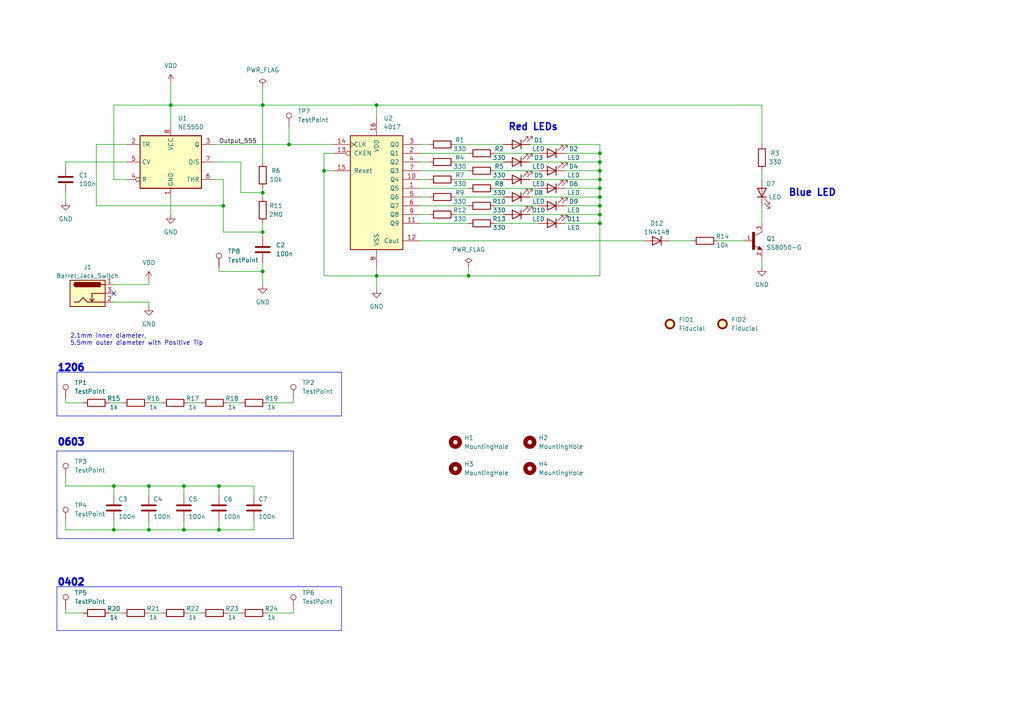
<source format=kicad_sch>
(kicad_sch (version 20230121) (generator eeschema)
  (paper "A4")
  (title_block (title "Makerspace SMT Practice Board") (date "2023-04-18") (rev "1.1"))
  (lib_symbols
    (symbol "1N4148_1" (pin_numbers hide) (pin_names hide)
      (property "Reference" "D" (at 0 2.54 0))
      (property "Value" "1N4148" (at 0 -2.54 0))
      (symbol "1N4148_1_0_1"
        (polyline (pts (xy -1.27 1.27) (xy -1.27 -1.27)) (stroke (width 0.254)))
        (polyline (pts (xy 1.27 0) (xy -1.27 0)))
        (polyline (pts (xy 1.27 1.27) (xy 1.27 -1.27) (xy -1.27 0) (xy 1.27 1.27)) (stroke (width 0.254)))
      )
      (symbol "1N4148_1_1_1"
        (pin passive line (at -3.81 0 0) (length 2.54) (name "K") (number "1"))
        (pin passive line (at 3.81 0 180) (length 2.54) (name "A") (number "2"))
      )
    )
    (symbol "4xxx:4017" (pin_names (offset 1.016))
      (property "Reference" "U" (at -7.62 16.51 0))
      (property "Value" "4017" (at -7.62 -19.05 0))
      (symbol "4017_1_0"
        (pin output line (at 12.7 0 180) (length 5.08) (name "Q5") (number "1"))
        (pin output line (at 12.7 2.54 180) (length 5.08) (name "Q4") (number "10"))
        (pin output line (at 12.7 -10.16 180) (length 5.08) (name "Q9") (number "11"))
        (pin output line (at 12.7 -15.24 180) (length 5.08) (name "Cout") (number "12"))
        (pin input inverted (at -12.7 10.16 0) (length 5.08) (name "CKEN") (number "13"))
        (pin input clock (at -12.7 12.7 0) (length 5.08) (name "CLK") (number "14"))
        (pin input line (at -12.7 5.08 0) (length 5.08) (name "Reset") (number "15"))
        (pin power_in line (at 0 20.32 270) (length 5.08) (name "VDD") (number "16"))
        (pin output line (at 12.7 10.16 180) (length 5.08) (name "Q1") (number "2"))
        (pin output line (at 12.7 12.7 180) (length 5.08) (name "Q0") (number "3"))
        (pin output line (at 12.7 7.62 180) (length 5.08) (name "Q2") (number "4"))
        (pin output line (at 12.7 -2.54 180) (length 5.08) (name "Q6") (number "5"))
        (pin output line (at 12.7 -5.08 180) (length 5.08) (name "Q7") (number "6"))
        (pin output line (at 12.7 5.08 180) (length 5.08) (name "Q3") (number "7"))
        (pin power_in line (at 0 -22.86 90) (length 5.08) (name "VSS") (number "8"))
        (pin output line (at 12.7 -7.62 180) (length 5.08) (name "Q8") (number "9"))
      )
      (symbol "4017_1_1"
        (rectangle (start -7.62 15.24) (end 7.62 -17.78) (stroke (width 0.254)) (fill (type background)))
      )
    )
    (symbol "Connector:Barrel_Jack_Switch" (pin_names hide)
      (property "Reference" "J" (at 0 5.334 0))
      (property "Value" "Barrel_Jack_Switch" (at 0 -5.08 0))
      (symbol "Barrel_Jack_Switch_0_1"
        (rectangle (start -5.08 3.81) (end 5.08 -3.81) (stroke (width 0.254)) (fill (type background)))
        (arc (start -3.302 3.175) (mid -3.9343 2.54) (end -3.302 1.905) (stroke (width 0.254)))
        (arc (start -3.302 3.175) (mid -3.9343 2.54) (end -3.302 1.905) (stroke (width 0.254)) (fill (type outline)))
        (polyline (pts (xy 1.27 -2.286) (xy 1.905 -1.651)) (stroke (width 0.254)))
        (polyline (pts (xy 5.08 2.54) (xy 3.81 2.54)) (stroke (width 0.254)))
        (polyline (pts (xy 5.08 0) (xy 1.27 0) (xy 1.27 -2.286) (xy 0.635 -1.651)) (stroke (width 0.254)))
        (polyline (pts (xy -3.81 -2.54) (xy -2.54 -2.54) (xy -1.27 -1.27) (xy 0 -2.54) (xy 2.54 -2.54) (xy 5.08 -2.54)) (stroke (width 0.254)))
        (rectangle (start 3.683 3.175) (end -3.302 1.905) (stroke (width 0.254)) (fill (type outline)))
      )
      (symbol "Barrel_Jack_Switch_1_1"
        (pin passive line (at 7.62 2.54 180) (length 2.54) (name "~") (number "1"))
        (pin passive line (at 7.62 -2.54 180) (length 2.54) (name "~") (number "2"))
        (pin passive line (at 7.62 0 180) (length 2.54) (name "~") (number "3"))
      )
    )
    (symbol "Connector:TestPoint" (pin_numbers hide) (pin_names (offset 0.762) hide)
      (property "Reference" "TP" (at 0 6.858 0))
      (property "Value" "TestPoint" (at 0 5.08 0))
      (symbol "TestPoint_0_1"
        (circle (center 0 3.302) (radius 0.762))
      )
      (symbol "TestPoint_1_1"
        (pin passive line (at 0 0 90) (length 2.54) (name "1") (number "1"))
      )
    )
    (symbol "Device:C" (pin_numbers hide) (pin_names (offset 0.254))
      (property "Reference" "C" (at 0.635 2.54 0))
      (property "Value" "C" (at 0.635 -2.54 0))
      (symbol "C_0_1"
        (polyline (pts (xy -2.032 -0.762) (xy 2.032 -0.762)) (stroke (width 0.508)))
        (polyline (pts (xy -2.032 0.762) (xy 2.032 0.762)) (stroke (width 0.508)))
      )
      (symbol "C_1_1"
        (pin passive line (at 0 3.81 270) (length 2.794) (name "~") (number "1"))
        (pin passive line (at 0 -3.81 90) (length 2.794) (name "~") (number "2"))
      )
    )
    (symbol "Device:LED" (pin_numbers hide) (pin_names (offset 1.016) hide)
      (property "Reference" "D" (at 0 2.54 0))
      (property "Value" "LED" (at 0 -2.54 0))
      (symbol "LED_0_1"
        (polyline (pts (xy -1.27 -1.27) (xy -1.27 1.27)) (stroke (width 0.254)))
        (polyline (pts (xy -1.27 0) (xy 1.27 0)))
        (polyline (pts (xy 1.27 -1.27) (xy 1.27 1.27) (xy -1.27 0) (xy 1.27 -1.27)) (stroke (width 0.254)))
        (polyline (pts (xy -3.048 -0.762) (xy -4.572 -2.286) (xy -3.81 -2.286) (xy -4.572 -2.286) (xy -4.572 -1.524)))
        (polyline (pts (xy -1.778 -0.762) (xy -3.302 -2.286) (xy -2.54 -2.286) (xy -3.302 -2.286) (xy -3.302 -1.524)))
      )
      (symbol "LED_1_1"
        (pin passive line (at -3.81 0 0) (length 2.54) (name "K") (number "1"))
        (pin passive line (at 3.81 0 180) (length 2.54) (name "A") (number "2"))
      )
    )
    (symbol "Device:R" (pin_numbers hide) (pin_names (offset 0))
      (property "Reference" "R" (at 2.032 0 90))
      (property "Value" "R" (at 0 0 90))
      (symbol "R_0_1"
        (rectangle (start -1.016 -2.54) (end 1.016 2.54) (stroke (width 0.254)))
      )
      (symbol "R_1_1"
        (pin passive line (at 0 3.81 270) (length 1.27) (name "~") (number "1"))
        (pin passive line (at 0 -3.81 90) (length 1.27) (name "~") (number "2"))
      )
    )
    (symbol "Mechanical:Fiducial"
      (property "Reference" "FID" (at 0 5.08 0))
      (property "Value" "Fiducial" (at 0 3.175 0))
      (symbol "Fiducial_0_1"
        (circle (center 0 0) (radius 1.27) (stroke (width 0.508)) (fill (type background)))
      )
    )
    (symbol "Mechanical:MountingHole" (pin_names (offset 1.016))
      (property "Reference" "H" (at 0 5.08 0))
      (property "Value" "MountingHole" (at 0 3.175 0))
      (symbol "MountingHole_0_1"
        (circle (center 0 0) (radius 1.27) (stroke (width 1.27)))
      )
    )
    (symbol "SS8050-G:SS8050-G" (pin_names (offset 1.016))
      (property "Reference" "Q" (at -10.16 7.62 0))
      (property "Value" "SS8050-G" (at -10.16 -7.62 0))
      (symbol "SS8050-G_0_0"
        (rectangle (start -0.254 -2.54) (end 0.508 2.54) (stroke (width 0.1)) (fill (type outline)))
        (polyline (pts (xy 1.27 -2.54) (xy 1.778 -1.524)) (stroke (width 0.1524)))
        (polyline (pts (xy 1.524 -2.413) (xy 2.286 -2.413)) (stroke (width 0.254)))
        (polyline (pts (xy 1.524 -2.286) (xy 1.905 -2.286)) (stroke (width 0.254)))
        (polyline (pts (xy 1.54 -2.04) (xy 0.308 -1.424)) (stroke (width 0.1524)))
        (polyline (pts (xy 1.778 -1.778) (xy 1.524 -2.286)) (stroke (width 0.254)))
        (polyline (pts (xy 1.778 -1.524) (xy 2.54 -2.54)) (stroke (width 0.1524)))
        (polyline (pts (xy 1.905 -2.286) (xy 1.778 -2.032)) (stroke (width 0.254)))
        (polyline (pts (xy 2.286 -2.413) (xy 1.778 -1.778)) (stroke (width 0.254)))
        (polyline (pts (xy 2.54 -2.54) (xy 1.27 -2.54)) (stroke (width 0.1524)))
        (polyline (pts (xy 2.54 2.54) (xy 0.508 1.524)) (stroke (width 0.1524)))
        (pin passive line (at -2.54 0 0) (length 2.54) (name "~") (number "1"))
        (pin passive line (at 2.54 -5.08 90) (length 2.54) (name "~") (number "2"))
        (pin passive line (at 2.54 5.08 270) (length 2.54) (name "~") (number "3"))
      )
    )
    (symbol "Timer:NE555D"
      (property "Reference" "U" (at -10.16 8.89 0))
      (property "Value" "NE555D" (at 2.54 8.89 0))
      (symbol "NE555D_0_0"
        (pin power_in line (at 0 -10.16 90) (length 2.54) (name "GND") (number "1"))
        (pin power_in line (at 0 10.16 270) (length 2.54) (name "VCC") (number "8"))
      )
      (symbol "NE555D_0_1"
        (rectangle (start -8.89 -7.62) (end 8.89 7.62) (stroke (width 0.254)) (fill (type background)))
        (rectangle (start -8.89 -7.62) (end 8.89 7.62) (stroke (width 0.254)) (fill (type background)))
      )
      (symbol "NE555D_1_1"
        (pin input line (at -12.7 5.08 0) (length 3.81) (name "TR") (number "2"))
        (pin output line (at 12.7 5.08 180) (length 3.81) (name "Q") (number "3"))
        (pin input inverted (at -12.7 -5.08 0) (length 3.81) (name "R") (number "4"))
        (pin input line (at -12.7 0 0) (length 3.81) (name "CV") (number "5"))
        (pin input line (at 12.7 -5.08 180) (length 3.81) (name "THR") (number "6"))
        (pin input line (at 12.7 0 180) (length 3.81) (name "DIS") (number "7"))
      )
    )
    (symbol "power:GND" (power) (pin_names (offset 0))
      (property "Value" "GND" (at 0 -3.81 0))
      (symbol "GND_0_1"
        (polyline (pts (xy 0 0) (xy 0 -1.27) (xy 1.27 -1.27) (xy 0 -2.54) (xy -1.27 -1.27) (xy 0 -1.27)))
      )
      (symbol "GND_1_1"
        (pin power_in line (at 0 0 270) (length 0) hide (name "GND") (number "1"))
      )
    )
    (symbol "power:PWR_FLAG" (power) (pin_numbers hide) (pin_names (offset 0) hide)
      (property "Value" "PWR_FLAG" (at 0 3.81 0))
      (symbol "PWR_FLAG_0_0"
        (pin power_out line (at 0 0 90) (length 0) (name "pwr") (number "1"))
      )
      (symbol "PWR_FLAG_0_1"
        (polyline (pts (xy 0 0) (xy 0 1.27) (xy -1.016 1.905) (xy 0 2.54) (xy 1.016 1.905) (xy 0 1.27)))
      )
    )
    (symbol "power:VDD" (power) (pin_names (offset 0))
      (property "Value" "VDD" (at 0 3.81 0))
      (symbol "VDD_0_1"
        (polyline (pts (xy -0.762 1.27) (xy 0 2.54)))
        (polyline (pts (xy 0 0) (xy 0 2.54)))
        (polyline (pts (xy 0 2.54) (xy 0.762 1.27)))
      )
      (symbol "VDD_1_1"
        (pin power_in line (at 0 0 90) (length 0) hide (name "VDD") (number "1"))
      )
    )
  )
  (junction (at 43.18 153.67))
  (junction (at 43.18 140.97))
  (junction (at 63.5 153.67))
  (junction (at 76.2 78.74))
  (junction (at 33.02 153.67))
  (junction (at 76.2 67.31))
  (junction (at 173.99 44.45))
  (junction (at 33.02 140.97))
  (junction (at 135.89 80.01))
  (junction (at 173.99 54.61))
  (junction (at 173.99 49.53))
  (junction (at 53.34 153.67))
  (junction (at 173.99 57.15))
  (junction (at 76.2 55.88))
  (junction (at 173.99 46.99))
  (junction (at 63.5 140.97))
  (junction (at 49.53 30.48))
  (junction (at 53.34 140.97))
  (junction (at 173.99 64.77))
  (junction (at 173.99 62.23))
  (junction (at 83.82 41.91))
  (junction (at 173.99 52.07))
  (junction (at 93.98 49.53))
  (junction (at 76.2 30.48))
  (junction (at 64.77 59.69))
  (junction (at 109.22 80.01))
  (junction (at 109.22 30.48))
  (junction (at 173.99 59.69))
  (no_connect (at 33.02 85.09))
  (wire (pts (xy 121.92 59.69) (xy 135.89 59.69)))
  (wire (pts (xy 143.51 59.69) (xy 156.21 59.69)))
  (wire (pts (xy 76.2 76.2) (xy 76.2 78.74)))
  (wire (pts (xy 163.83 54.61) (xy 173.99 54.61)))
  (polyline (pts (xy 16.51 120.65) (xy 99.06 120.65)))
  (wire (pts (xy 43.18 177.8) (xy 46.99 177.8)))
  (polyline (pts (xy 99.06 182.88) (xy 99.06 170.18)))
  (wire (pts (xy 173.99 52.07) (xy 173.99 54.61)))
  (wire (pts (xy 83.82 41.91) (xy 96.52 41.91)))
  (wire (pts (xy 121.92 46.99) (xy 124.46 46.99)))
  (wire (pts (xy 19.05 176.53) (xy 19.05 177.8)))
  (wire (pts (xy 163.83 49.53) (xy 173.99 49.53)))
  (wire (pts (xy 49.53 30.48) (xy 49.53 36.83)))
  (wire (pts (xy 33.02 30.48) (xy 49.53 30.48)))
  (wire (pts (xy 173.99 46.99) (xy 173.99 49.53)))
  (wire (pts (xy 163.83 64.77) (xy 173.99 64.77)))
  (wire (pts (xy 33.02 87.63) (xy 43.18 87.63)))
  (wire (pts (xy 27.94 41.91) (xy 27.94 59.69)))
  (wire (pts (xy 49.53 57.15) (xy 49.53 62.23)))
  (wire (pts (xy 153.67 62.23) (xy 173.99 62.23)))
  (wire (pts (xy 76.2 55.88) (xy 76.2 57.15)))
  (wire (pts (xy 173.99 64.77) (xy 173.99 80.01)))
  (wire (pts (xy 76.2 54.61) (xy 76.2 55.88)))
  (wire (pts (xy 153.67 46.99) (xy 173.99 46.99)))
  (wire (pts (xy 93.98 44.45) (xy 93.98 49.53)))
  (wire (pts (xy 173.99 62.23) (xy 173.99 64.77)))
  (wire (pts (xy 132.08 41.91) (xy 146.05 41.91)))
  (wire (pts (xy 19.05 140.97) (xy 33.02 140.97)))
  (wire (pts (xy 64.77 67.31) (xy 76.2 67.31)))
  (wire (pts (xy 19.05 116.84) (xy 24.13 116.84)))
  (wire (pts (xy 54.61 177.8) (xy 58.42 177.8)))
  (wire (pts (xy 153.67 57.15) (xy 173.99 57.15)))
  (wire (pts (xy 77.47 177.8) (xy 85.09 177.8)))
  (wire (pts (xy 19.05 55.88) (xy 19.05 58.42)))
  (wire (pts (xy 109.22 80.01) (xy 135.89 80.01)))
  (wire (pts (xy 121.92 44.45) (xy 135.89 44.45)))
  (wire (pts (xy 132.08 52.07) (xy 146.05 52.07)))
  (wire (pts (xy 43.18 140.97) (xy 53.34 140.97)))
  (polyline (pts (xy 16.51 107.95) (xy 16.51 120.65)))
  (wire (pts (xy 63.5 78.74) (xy 76.2 78.74)))
  (wire (pts (xy 19.05 138.43) (xy 19.05 140.97)))
  (wire (pts (xy 19.05 115.57) (xy 19.05 116.84)))
  (wire (pts (xy 49.53 24.13) (xy 49.53 30.48)))
  (wire (pts (xy 135.89 77.47) (xy 135.89 80.01)))
  (wire (pts (xy 83.82 36.83) (xy 83.82 41.91)))
  (wire (pts (xy 19.05 153.67) (xy 33.02 153.67)))
  (wire (pts (xy 121.92 49.53) (xy 135.89 49.53)))
  (wire (pts (xy 163.83 59.69) (xy 173.99 59.69)))
  (wire (pts (xy 109.22 80.01) (xy 109.22 83.82)))
  (wire (pts (xy 85.09 177.8) (xy 85.09 176.53)))
  (wire (pts (xy 173.99 41.91) (xy 173.99 44.45)))
  (polyline (pts (xy 16.51 170.18) (xy 16.51 182.88)))
  (wire (pts (xy 63.5 140.97) (xy 63.5 143.51)))
  (wire (pts (xy 143.51 49.53) (xy 156.21 49.53)))
  (wire (pts (xy 121.92 64.77) (xy 135.89 64.77)))
  (wire (pts (xy 132.08 46.99) (xy 146.05 46.99)))
  (wire (pts (xy 220.98 41.91) (xy 220.98 30.48)))
  (wire (pts (xy 53.34 140.97) (xy 53.34 143.51)))
  (wire (pts (xy 76.2 30.48) (xy 109.22 30.48)))
  (wire (pts (xy 33.02 52.07) (xy 33.02 30.48)))
  (polyline (pts (xy 16.51 130.81) (xy 16.51 156.21)))
  (wire (pts (xy 109.22 30.48) (xy 220.98 30.48)))
  (wire (pts (xy 76.2 46.99) (xy 76.2 30.48)))
  (wire (pts (xy 43.18 82.55) (xy 43.18 81.28)))
  (wire (pts (xy 62.23 52.07) (xy 64.77 52.07)))
  (wire (pts (xy 121.92 41.91) (xy 124.46 41.91)))
  (wire (pts (xy 220.98 49.53) (xy 220.98 52.07)))
  (wire (pts (xy 63.5 140.97) (xy 73.66 140.97)))
  (wire (pts (xy 194.31 69.85) (xy 200.66 69.85)))
  (wire (pts (xy 173.99 44.45) (xy 173.99 46.99)))
  (wire (pts (xy 143.51 54.61) (xy 156.21 54.61)))
  (wire (pts (xy 62.23 46.99) (xy 69.85 46.99)))
  (wire (pts (xy 33.02 143.51) (xy 33.02 140.97)))
  (wire (pts (xy 163.83 44.45) (xy 173.99 44.45)))
  (wire (pts (xy 93.98 49.53) (xy 96.52 49.53)))
  (polyline (pts (xy 16.51 107.95) (xy 99.06 107.95)))
  (wire (pts (xy 173.99 57.15) (xy 173.99 59.69)))
  (polyline (pts (xy 99.06 120.65) (xy 99.06 107.95)))
  (wire (pts (xy 143.51 64.77) (xy 156.21 64.77)))
  (wire (pts (xy 63.5 153.67) (xy 73.66 153.67)))
  (wire (pts (xy 121.92 54.61) (xy 135.89 54.61)))
  (wire (pts (xy 96.52 44.45) (xy 93.98 44.45)))
  (wire (pts (xy 33.02 153.67) (xy 43.18 153.67)))
  (polyline (pts (xy 16.51 156.21) (xy 85.09 156.21)))
  (wire (pts (xy 31.75 116.84) (xy 35.56 116.84)))
  (wire (pts (xy 135.89 80.01) (xy 173.99 80.01)))
  (wire (pts (xy 33.02 82.55) (xy 43.18 82.55)))
  (wire (pts (xy 36.83 41.91) (xy 27.94 41.91)))
  (wire (pts (xy 63.5 151.13) (xy 63.5 153.67)))
  (wire (pts (xy 73.66 151.13) (xy 73.66 153.67)))
  (wire (pts (xy 66.04 177.8) (xy 69.85 177.8)))
  (wire (pts (xy 43.18 153.67) (xy 53.34 153.67)))
  (wire (pts (xy 43.18 151.13) (xy 43.18 153.67)))
  (wire (pts (xy 121.92 62.23) (xy 124.46 62.23)))
  (wire (pts (xy 33.02 140.97) (xy 43.18 140.97)))
  (wire (pts (xy 49.53 30.48) (xy 76.2 30.48)))
  (wire (pts (xy 66.04 116.84) (xy 69.85 116.84)))
  (wire (pts (xy 33.02 151.13) (xy 33.02 153.67)))
  (wire (pts (xy 63.5 77.47) (xy 63.5 78.74)))
  (wire (pts (xy 19.05 177.8) (xy 24.13 177.8)))
  (wire (pts (xy 54.61 116.84) (xy 58.42 116.84)))
  (wire (pts (xy 73.66 140.97) (xy 73.66 143.51)))
  (wire (pts (xy 69.85 46.99) (xy 69.85 55.88)))
  (wire (pts (xy 36.83 52.07) (xy 33.02 52.07)))
  (wire (pts (xy 173.99 41.91) (xy 153.67 41.91)))
  (wire (pts (xy 69.85 55.88) (xy 76.2 55.88)))
  (wire (pts (xy 132.08 57.15) (xy 146.05 57.15)))
  (wire (pts (xy 220.98 74.93) (xy 220.98 77.47)))
  (wire (pts (xy 93.98 80.01) (xy 109.22 80.01)))
  (wire (pts (xy 109.22 34.29) (xy 109.22 30.48)))
  (wire (pts (xy 121.92 69.85) (xy 186.69 69.85)))
  (wire (pts (xy 53.34 151.13) (xy 53.34 153.67)))
  (wire (pts (xy 121.92 52.07) (xy 124.46 52.07)))
  (wire (pts (xy 43.18 140.97) (xy 43.18 143.51)))
  (wire (pts (xy 173.99 49.53) (xy 173.99 52.07)))
  (wire (pts (xy 43.18 87.63) (xy 43.18 88.9)))
  (wire (pts (xy 132.08 62.23) (xy 146.05 62.23)))
  (wire (pts (xy 43.18 116.84) (xy 46.99 116.84)))
  (wire (pts (xy 76.2 25.4) (xy 76.2 30.48)))
  (wire (pts (xy 53.34 153.67) (xy 63.5 153.67)))
  (wire (pts (xy 143.51 44.45) (xy 156.21 44.45)))
  (wire (pts (xy 173.99 59.69) (xy 173.99 62.23)))
  (wire (pts (xy 76.2 64.77) (xy 76.2 67.31)))
  (wire (pts (xy 64.77 59.69) (xy 64.77 67.31)))
  (wire (pts (xy 64.77 59.69) (xy 64.77 52.07)))
  (polyline (pts (xy 16.51 182.88) (xy 99.06 182.88)))
  (wire (pts (xy 31.75 177.8) (xy 35.56 177.8)))
  (polyline (pts (xy 16.51 130.81) (xy 85.09 130.81)))
  (wire (pts (xy 19.05 151.13) (xy 19.05 153.67)))
  (wire (pts (xy 153.67 52.07) (xy 173.99 52.07)))
  (wire (pts (xy 93.98 49.53) (xy 93.98 80.01)))
  (wire (pts (xy 36.83 46.99) (xy 19.05 46.99)))
  (wire (pts (xy 77.47 116.84) (xy 85.09 116.84)))
  (wire (pts (xy 85.09 116.84) (xy 85.09 115.57)))
  (wire (pts (xy 173.99 54.61) (xy 173.99 57.15)))
  (wire (pts (xy 27.94 59.69) (xy 64.77 59.69)))
  (wire (pts (xy 53.34 140.97) (xy 63.5 140.97)))
  (wire (pts (xy 62.23 41.91) (xy 83.82 41.91)))
  (wire (pts (xy 109.22 77.47) (xy 109.22 80.01)))
  (wire (pts (xy 76.2 78.74) (xy 76.2 82.55)))
  (polyline (pts (xy 85.09 156.21) (xy 85.09 130.81)))
  (wire (pts (xy 76.2 67.31) (xy 76.2 68.58)))
  (wire (pts (xy 121.92 57.15) (xy 124.46 57.15)))
  (wire (pts (xy 19.05 46.99) (xy 19.05 48.26)))
  (wire (pts (xy 208.28 69.85) (xy 215.9 69.85)))
  (wire (pts (xy 220.98 59.69) (xy 220.98 64.77)))
  (polyline (pts (xy 16.51 170.18) (xy 99.06 170.18)))
  (text "0603" (at 16.51 129.54 0) (effects (font (size 2 2) (thickness 0.6) bold) (justify left bottom)))
  (text "2.1mm inner diameter, \n5.5mm outer diameter with Positive Tip" (at 20.32 100.33 0) (effects (font (size 1.27 1.27)) (justify left bottom)))
  (text "1206" (at 16.51 107.95 0) (effects (font (size 2 2) (thickness 0.6) bold) (justify left bottom)))
  (text "Blue LED\n" (at 228.6 57.15 0) (effects (font (size 2 2) (thickness 0.4) bold) (justify left bottom)))
  (text "0402" (at 16.51 170.18 0) (effects (font (size 2 2) (thickness 0.6) bold) (justify left bottom)))
  (text "Red LEDs" (at 147.32 38.1 0) (effects (font (size 2 2) (thickness 0.4) bold) (justify left bottom)))
  (label "Output_555" (at 63.5 41.91 0))
  (symbol (lib_id "Connector:Barrel_Jack_Switch") (at 25.4 85.09 0) (unit 1)
    (property "Reference" "J1" (at 25.4 77.47 0))
    (property "Value" "Barrel_Jack_Switch" (at 25.4 80.01 0))
    (property "Footprint" "Connector_BarrelJack:BarrelJack_GCT_DCJ200-10-A_Horizontal" (effects hide))
  )
  (symbol (lib_id "Device:R") (at 50.8 116.84 90) (unit 1)
    (property "Reference" "R17" (at 55.88 115.57 90))
    (property "Value" "1k" (at 55.88 118.11 90))
    (property "Footprint" "Resistor_SMD:R_1206_3216Metric" (effects hide))
  )
  (symbol (lib_id "Device:R") (at 128.27 52.07 90) (unit 1)
    (property "Reference" "R7" (at 133.35 50.8 90))
    (property "Value" "330" (at 133.35 53.34 90))
    (property "Footprint" "Resistor_SMD:R_0805_2012Metric" (effects hide))
  )
  (symbol (lib_id "power:GND") (at 76.2 82.55 0) (unit 1)
    (property "Reference" "#PWR06" (effects hide))
    (property "Value" "GND" (at 76.2 87.63 0))
  )
  (symbol (lib_id "Device:R") (at 204.47 69.85 90) (unit 1)
    (property "Reference" "R14" (at 209.55 68.58 90))
    (property "Value" "10k" (at 209.55 71.12 90))
    (property "Footprint" "Resistor_SMD:R_0805_2012Metric" (effects hide))
  )
  (symbol (lib_id "Device:R") (at 76.2 50.8 180) (unit 1)
    (property "Reference" "R6" (at 80.01 49.53 0))
    (property "Value" "10k" (at 80.01 52.07 0))
    (property "Footprint" "Resistor_SMD:R_0805_2012Metric" (effects hide))
  )
  (symbol (lib_id "Device:LED") (at 149.86 57.15 180) (unit 1)
    (property "Reference" "D8" (at 156.21 55.88 0))
    (property "Value" "LED" (at 156.21 58.42 0))
    (property "Footprint" "LED_SMD:LED_0805_2012Metric" (effects hide))
  )
  (symbol (lib_id "power:GND") (at 43.18 88.9 0) (unit 1)
    (property "Reference" "#PWR08" (effects hide))
    (property "Value" "GND" (at 43.18 93.98 0))
  )
  (symbol (lib_id "Device:R") (at 128.27 41.91 90) (unit 1)
    (property "Reference" "R1" (at 133.35 40.64 90))
    (property "Value" "330" (at 133.35 43.18 90))
    (property "Footprint" "Resistor_SMD:R_0805_2012Metric" (effects hide))
  )
  (symbol (lib_id "Device:LED") (at 160.02 59.69 180) (unit 1)
    (property "Reference" "D9" (at 166.37 58.42 0))
    (property "Value" "LED" (at 166.37 60.96 0))
    (property "Footprint" "LED_SMD:LED_0805_2012Metric" (effects hide))
  )
  (symbol (lib_id "Connector:TestPoint") (at 19.05 115.57 0) (unit 1)
    (property "Reference" "TP1" (at 21.59 110.9979 0) (effects (justify left)))
    (property "Value" "TestPoint" (at 21.59 113.5379 0) (effects (justify left)))
    (property "Footprint" "TestPoint:TestPoint_Pad_D1.5mm" (effects hide))
  )
  (symbol (lib_id "Device:R") (at 139.7 59.69 90) (unit 1)
    (property "Reference" "R10" (at 144.78 58.42 90))
    (property "Value" "330" (at 144.78 60.96 90))
    (property "Footprint" "Resistor_SMD:R_0805_2012Metric" (effects hide))
  )
  (symbol (lib_id "Device:R") (at 73.66 177.8 90) (unit 1)
    (property "Reference" "R24" (at 78.74 176.53 90))
    (property "Value" "1k" (at 78.74 179.07 90))
    (property "Footprint" "Resistor_SMD:R_0402_1005Metric" (effects hide))
  )
  (symbol (lib_id "power:GND") (at 49.53 62.23 0) (unit 1)
    (property "Reference" "#PWR03" (effects hide))
    (property "Value" "GND" (at 49.53 67.31 0))
  )
  (symbol (lib_id "Mechanical:Fiducial") (at 209.55 93.98 0) (unit 1)
    (property "Reference" "FID2" (at 212.09 92.7099 0) (effects (justify left)))
    (property "Value" "Fiducial" (at 212.09 95.2499 0) (effects (justify left)))
    (property "Footprint" "Fiducial:Fiducial_1.5mm_Mask3mm" (effects hide))
  )
  (symbol (lib_id "Device:C") (at 19.05 52.07 0) (unit 1)
    (property "Reference" "C1" (at 22.86 50.7999 0) (effects (justify left)))
    (property "Value" "100n" (at 22.86 53.3399 0) (effects (justify left)))
  )
  (symbol (lib_name "1N4148_1") (lib_id "Diode:1N4148") (at 190.5 69.85 0) (mirror y) (unit 1)
    (property "Reference" "D12" (at 190.5 64.77 0))
    (property "Value" "1N4148" (at 190.5 67.31 0))
    (property "Footprint" "Diode_SMD:D_SOD-123" (effects hide))
    (property "Datasheet" "https://assets.nexperia.com/documents/data-sheet/1N4148_1N4448.pdf" (effects hide))
    (property "Sim.Device" "D" (effects hide))
    (property "Sim.Pins" "1=K 2=A" (effects hide))
  )
  (symbol (lib_id "Connector:TestPoint") (at 19.05 176.53 0) (unit 1)
    (property "Reference" "TP5" (at 21.59 171.9579 0) (effects (justify left)))
    (property "Value" "TestPoint" (at 21.59 174.4979 0) (effects (justify left)))
    (property "Footprint" "TestPoint:TestPoint_Pad_D1.5mm" (effects hide))
  )
  (symbol (lib_id "Device:C") (at 43.18 147.32 0) (unit 1)
    (property "Reference" "C4" (at 44.45 144.78 0) (effects (justify left)))
    (property "Value" "100n" (at 44.45 149.86 0) (effects (justify left)))
    (property "Footprint" "Capacitor_SMD:C_0603_1608Metric" (effects hide))
  )
  (symbol (lib_id "Device:LED") (at 160.02 44.45 180) (unit 1)
    (property "Reference" "D2" (at 166.37 43.18 0))
    (property "Value" "LED" (at 166.37 45.72 0))
    (property "Footprint" "LED_SMD:LED_0805_2012Metric" (effects hide))
  )
  (symbol (lib_id "power:GND") (at 109.22 83.82 0) (unit 1)
    (property "Reference" "#PWR07" (effects hide))
    (property "Value" "GND" (at 109.22 88.9 0))
  )
  (symbol (lib_id "Device:C") (at 63.5 147.32 0) (unit 1)
    (property "Reference" "C6" (at 64.77 144.78 0) (effects (justify left)))
    (property "Value" "100n" (at 64.77 149.86 0) (effects (justify left)))
    (property "Footprint" "Capacitor_SMD:C_0603_1608Metric" (effects hide))
  )
  (symbol (lib_id "4xxx:4017") (at 109.22 54.61 0) (unit 1)
    (property "Reference" "U2" (at 111.2394 34.29 0) (effects (justify left)))
    (property "Value" "4017" (at 111.2394 36.83 0) (effects (justify left)))
    (property "Footprint" "Package_SO:SOIC-16_3.9x9.9mm_P1.27mm" (effects hide))
    (property "Datasheet" "http://www.intersil.com/content/dam/Intersil/documents/cd40/cd4017bms-22bms.pdf" (effects hide))
  )
  (symbol (lib_id "Connector:TestPoint") (at 83.82 36.83 0) (unit 1)
    (property "Reference" "TP7" (at 86.36 32.2579 0) (effects (justify left)))
    (property "Value" "TestPoint" (at 86.36 34.7979 0) (effects (justify left)))
    (property "Footprint" "TestPoint:TestPoint_Loop_D1.80mm_Drill1.0mm_Beaded" (effects hide))
  )
  (symbol (lib_id "Device:LED") (at 220.98 55.88 90) (unit 1)
    (property "Reference" "D7" (at 223.52 53.34 90))
    (property "Value" "LED" (at 224.79 57.15 90))
    (property "Footprint" "LED_SMD:LED_0805_2012Metric" (effects hide))
  )
  (symbol (lib_id "power:PWR_FLAG") (at 135.89 77.47 0) (unit 1)
    (property "Reference" "#FLG02" (effects hide))
    (property "Value" "PWR_FLAG" (at 135.89 72.39 0))
  )
  (symbol (lib_id "Mechanical:Fiducial") (at 194.31 93.98 0) (unit 1)
    (property "Reference" "FID1" (at 196.85 92.7099 0) (effects (justify left)))
    (property "Value" "Fiducial" (at 196.85 95.2499 0) (effects (justify left)))
    (property "Footprint" "Fiducial:Fiducial_1.5mm_Mask3mm" (effects hide))
  )
  (symbol (lib_id "power:GND") (at 220.98 77.47 0) (unit 1)
    (property "Reference" "#PWR04" (effects hide))
    (property "Value" "GND" (at 220.98 82.55 0))
  )
  (symbol (lib_id "Device:C") (at 33.02 147.32 0) (unit 1)
    (property "Reference" "C3" (at 34.29 144.78 0) (effects (justify left)))
    (property "Value" "100n" (at 34.29 149.86 0) (effects (justify left)))
    (property "Footprint" "Capacitor_SMD:C_0603_1608Metric" (effects hide))
  )
  (symbol (lib_id "Device:C") (at 53.34 147.32 0) (unit 1)
    (property "Reference" "C5" (at 54.61 144.78 0) (effects (justify left)))
    (property "Value" "100n" (at 54.61 149.86 0) (effects (justify left)))
    (property "Footprint" "Capacitor_SMD:C_0603_1608Metric" (effects hide))
  )
  (symbol (lib_id "power:GND") (at 19.05 58.42 0) (unit 1)
    (property "Reference" "#PWR02" (effects hide))
    (property "Value" "GND" (at 19.05 63.5 0))
  )
  (symbol (lib_id "SS8050-G:SS8050-G") (at 218.44 69.85 0) (unit 1)
    (property "Reference" "Q1" (at 222.25 69.215 0) (effects (justify left)))
    (property "Value" "SS8050-G" (at 222.25 71.755 0) (effects (justify left)))
    (property "Footprint" "SS8050-G:TRANS_SS8050-G" (effects hide))
    (property "PARTREV" "A" (effects hide))
    (property "MAXIMUM_PACKAGE_HEIGHT" "1.05 mm" (effects hide))
    (property "MANUFACTURER" "Comchip" (effects hide))
    (property "STANDARD" "Manufacturer Recommendations" (effects hide))
  )
  (symbol (lib_id "power:PWR_FLAG") (at 76.2 25.4 0) (unit 1)
    (property "Reference" "#FLG01" (effects hide))
    (property "Value" "PWR_FLAG" (at 76.2 20.32 0))
  )
  (symbol (lib_id "Device:R") (at 128.27 57.15 90) (unit 1)
    (property "Reference" "R9" (at 133.35 55.88 90))
    (property "Value" "330" (at 133.35 58.42 90))
    (property "Footprint" "Resistor_SMD:R_0805_2012Metric" (effects hide))
  )
  (symbol (lib_id "Device:LED") (at 149.86 62.23 180) (unit 1)
    (property "Reference" "D10" (at 156.21 60.96 0))
    (property "Value" "LED" (at 156.21 63.5 0))
    (property "Footprint" "LED_SMD:LED_0805_2012Metric" (effects hide))
  )
  (symbol (lib_id "Device:C") (at 73.66 147.32 0) (unit 1)
    (property "Reference" "C7" (at 74.93 144.78 0) (effects (justify left)))
    (property "Value" "100n" (at 74.93 149.86 0) (effects (justify left)))
    (property "Footprint" "Capacitor_SMD:C_0603_1608Metric" (effects hide))
  )
  (symbol (lib_id "Device:R") (at 39.37 116.84 90) (unit 1)
    (property "Reference" "R16" (at 44.45 115.57 90))
    (property "Value" "1k" (at 44.45 118.11 90))
    (property "Footprint" "Resistor_SMD:R_1206_3216Metric" (effects hide))
  )
  (symbol (lib_id "Device:R") (at 27.94 116.84 90) (unit 1)
    (property "Reference" "R15" (at 33.02 115.57 90))
    (property "Value" "1k" (at 33.02 118.11 90))
    (property "Footprint" "Resistor_SMD:R_1206_3216Metric" (effects hide))
  )
  (symbol (lib_id "Device:R") (at 139.7 64.77 90) (unit 1)
    (property "Reference" "R13" (at 144.78 63.5 90))
    (property "Value" "330" (at 144.78 66.04 90))
    (property "Footprint" "Resistor_SMD:R_0805_2012Metric" (effects hide))
  )
  (symbol (lib_id "Device:R") (at 62.23 116.84 90) (unit 1)
    (property "Reference" "R18" (at 67.31 115.57 90))
    (property "Value" "1k" (at 67.31 118.11 90))
    (property "Footprint" "Resistor_SMD:R_1206_3216Metric" (effects hide))
  )
  (symbol (lib_id "Mechanical:MountingHole") (at 153.67 128.27 0) (unit 1)
    (property "Reference" "H2" (at 156.21 126.9999 0) (effects (justify left)))
    (property "Value" "MountingHole" (at 156.21 129.5399 0) (effects (justify left)))
    (property "Footprint" "MountingHole:MountingHole_3.2mm_M3" (effects hide))
  )
  (symbol (lib_id "power:VDD") (at 43.18 81.28 0) (unit 1)
    (property "Reference" "#PWR05" (effects hide))
    (property "Value" "VDD" (at 43.18 76.2 0))
  )
  (symbol (lib_id "Device:R") (at 139.7 49.53 90) (unit 1)
    (property "Reference" "R5" (at 144.78 48.26 90))
    (property "Value" "330" (at 144.78 50.8 90))
    (property "Footprint" "Resistor_SMD:R_0805_2012Metric" (effects hide))
  )
  (symbol (lib_id "Connector:TestPoint") (at 63.5 77.47 0) (unit 1)
    (property "Reference" "TP8" (at 66.04 72.8979 0) (effects (justify left)))
    (property "Value" "TestPoint" (at 66.04 75.4379 0) (effects (justify left)))
    (property "Footprint" "TestPoint:TestPoint_Loop_D1.80mm_Drill1.0mm_Beaded" (effects hide))
  )
  (symbol (lib_id "Device:R") (at 50.8 177.8 90) (unit 1)
    (property "Reference" "R22" (at 55.88 176.53 90))
    (property "Value" "1k" (at 55.88 179.07 90))
    (property "Footprint" "Resistor_SMD:R_0402_1005Metric" (effects hide))
  )
  (symbol (lib_id "Device:LED") (at 160.02 49.53 180) (unit 1)
    (property "Reference" "D4" (at 166.37 48.26 0))
    (property "Value" "LED" (at 166.37 50.8 0))
    (property "Footprint" "LED_SMD:LED_0805_2012Metric" (effects hide))
  )
  (symbol (lib_id "Device:R") (at 39.37 177.8 90) (unit 1)
    (property "Reference" "R21" (at 44.45 176.53 90))
    (property "Value" "1k" (at 44.45 179.07 90))
    (property "Footprint" "Resistor_SMD:R_0402_1005Metric" (effects hide))
  )
  (symbol (lib_id "Device:C") (at 76.2 72.39 0) (unit 1)
    (property "Reference" "C2" (at 80.01 71.1199 0) (effects (justify left)))
    (property "Value" "100n" (at 80.01 73.6599 0) (effects (justify left)))
    (property "Footprint" "Capacitor_SMD:C_0805_2012Metric" (effects hide))
  )
  (symbol (lib_id "Device:R") (at 62.23 177.8 90) (unit 1)
    (property "Reference" "R23" (at 67.31 176.53 90))
    (property "Value" "1k" (at 67.31 179.07 90))
    (property "Footprint" "Resistor_SMD:R_0402_1005Metric" (effects hide))
  )
  (symbol (lib_id "Timer:NE555D") (at 49.53 46.99 0) (unit 1)
    (property "Reference" "U1" (at 51.5494 34.29 0) (effects (justify left)))
    (property "Value" "NE555D" (at 51.5494 36.83 0) (effects (justify left)))
    (property "Footprint" "Package_SO:SOIC-8_3.9x4.9mm_P1.27mm" (effects hide))
    (property "Datasheet" "http://www.ti.com/lit/ds/symlink/ne555.pdf" (effects hide))
  )
  (symbol (lib_id "Mechanical:MountingHole") (at 132.08 135.89 0) (unit 1)
    (property "Reference" "H3" (at 134.62 134.6199 0) (effects (justify left)))
    (property "Value" "MountingHole" (at 134.62 137.1599 0) (effects (justify left)))
    (property "Footprint" "MountingHole:MountingHole_3.2mm_M3" (effects hide))
  )
  (symbol (lib_id "Device:R") (at 73.66 116.84 90) (unit 1)
    (property "Reference" "R19" (at 78.74 115.57 90))
    (property "Value" "1k" (at 78.74 118.11 90))
    (property "Footprint" "Resistor_SMD:R_1206_3216Metric" (effects hide))
  )
  (symbol (lib_id "Device:LED") (at 149.86 46.99 180) (unit 1)
    (property "Reference" "D3" (at 156.21 45.72 0))
    (property "Value" "LED" (at 156.21 48.26 0))
    (property "Footprint" "LED_SMD:LED_0805_2012Metric" (effects hide))
  )
  (symbol (lib_id "Connector:TestPoint") (at 19.05 138.43 0) (unit 1)
    (property "Reference" "TP3" (at 21.59 133.8579 0) (effects (justify left)))
    (property "Value" "TestPoint" (at 21.59 136.3979 0) (effects (justify left)))
    (property "Footprint" "TestPoint:TestPoint_Pad_D1.5mm" (effects hide))
  )
  (symbol (lib_id "Device:R") (at 128.27 46.99 90) (unit 1)
    (property "Reference" "R4" (at 133.35 45.72 90))
    (property "Value" "330" (at 133.35 48.26 90))
    (property "Footprint" "Resistor_SMD:R_0805_2012Metric" (effects hide))
  )
  (symbol (lib_id "Device:LED") (at 160.02 64.77 180) (unit 1)
    (property "Reference" "D11" (at 166.37 63.5 0))
    (property "Value" "LED" (at 166.37 66.04 0))
    (property "Footprint" "LED_SMD:LED_0805_2012Metric" (effects hide))
  )
  (symbol (lib_id "Device:R") (at 220.98 45.72 180) (unit 1)
    (property "Reference" "R3" (at 224.79 44.45 0))
    (property "Value" "330" (at 224.79 46.99 0))
    (property "Footprint" "Resistor_SMD:R_0805_2012Metric" (effects hide))
  )
  (symbol (lib_id "Device:LED") (at 149.86 41.91 180) (unit 1)
    (property "Reference" "D1" (at 156.21 40.64 0))
    (property "Value" "LED" (at 156.21 43.18 0))
    (property "Footprint" "LED_SMD:LED_0805_2012Metric" (effects hide))
  )
  (symbol (lib_id "Mechanical:MountingHole") (at 132.08 128.27 0) (unit 1)
    (property "Reference" "H1" (at 134.62 126.9999 0) (effects (justify left)))
    (property "Value" "MountingHole" (at 134.62 129.5399 0) (effects (justify left)))
    (property "Footprint" "MountingHole:MountingHole_3.2mm_M3" (effects hide))
  )
  (symbol (lib_id "Device:R") (at 139.7 44.45 90) (unit 1)
    (property "Reference" "R2" (at 144.78 43.18 90))
    (property "Value" "330" (at 144.78 45.72 90))
    (property "Footprint" "Resistor_SMD:R_0805_2012Metric" (effects hide))
  )
  (symbol (lib_id "Device:R") (at 128.27 62.23 90) (unit 1)
    (property "Reference" "R12" (at 133.35 60.96 90))
    (property "Value" "330" (at 133.35 63.5 90))
    (property "Footprint" "Resistor_SMD:R_0805_2012Metric" (effects hide))
  )
  (symbol (lib_id "Device:R") (at 139.7 54.61 90) (unit 1)
    (property "Reference" "R8" (at 144.78 53.34 90))
    (property "Value" "330" (at 144.78 55.88 90))
    (property "Footprint" "Resistor_SMD:R_0805_2012Metric" (effects hide))
  )
  (symbol (lib_id "power:VDD") (at 49.53 24.13 0) (unit 1)
    (property "Reference" "#PWR01" (effects hide))
    (property "Value" "VDD" (at 49.53 19.05 0))
  )
  (symbol (lib_id "Device:R") (at 27.94 177.8 90) (unit 1)
    (property "Reference" "R20" (at 33.02 176.53 90))
    (property "Value" "1k" (at 33.02 179.07 90))
    (property "Footprint" "Resistor_SMD:R_0402_1005Metric" (effects hide))
  )
  (symbol (lib_id "Connector:TestPoint") (at 85.09 176.53 0) (unit 1)
    (property "Reference" "TP6" (at 87.63 171.9579 0) (effects (justify left)))
    (property "Value" "TestPoint" (at 87.63 174.4979 0) (effects (justify left)))
    (property "Footprint" "TestPoint:TestPoint_Pad_D1.5mm" (effects hide))
  )
  (symbol (lib_id "Device:R") (at 76.2 60.96 180) (unit 1)
    (property "Reference" "R11" (at 80.01 59.69 0))
    (property "Value" "2M0" (at 80.01 62.23 0))
    (property "Footprint" "Resistor_SMD:R_0805_2012Metric" (effects hide))
  )
  (symbol (lib_id "Device:LED") (at 160.02 54.61 180) (unit 1)
    (property "Reference" "D6" (at 166.37 53.34 0))
    (property "Value" "LED" (at 166.37 55.88 0))
    (property "Footprint" "LED_SMD:LED_0805_2012Metric" (effects hide))
  )
  (symbol (lib_id "Mechanical:MountingHole") (at 153.67 135.89 0) (unit 1)
    (property "Reference" "H4" (at 156.21 134.6199 0) (effects (justify left)))
    (property "Value" "MountingHole" (at 156.21 137.1599 0) (effects (justify left)))
    (property "Footprint" "MountingHole:MountingHole_3.2mm_M3" (effects hide))
  )
  (symbol (lib_id "Device:LED") (at 149.86 52.07 180) (unit 1)
    (property "Reference" "D5" (at 156.21 50.8 0))
    (property "Value" "LED" (at 156.21 53.34 0))
    (property "Footprint" "LED_SMD:LED_0805_2012Metric" (effects hide))
  )
  (symbol (lib_id "Connector:TestPoint") (at 19.05 151.13 0) (unit 1)
    (property "Reference" "TP4" (at 21.59 146.5579 0) (effects (justify left)))
    (property "Value" "TestPoint" (at 21.59 149.0979 0) (effects (justify left)))
    (property "Footprint" "TestPoint:TestPoint_Pad_D1.5mm" (effects hide))
  )
  (symbol (lib_id "Connector:TestPoint") (at 85.09 115.57 0) (unit 1)
    (property "Reference" "TP2" (at 87.63 110.9979 0) (effects (justify left)))
    (property "Value" "TestPoint" (at 87.63 113.5379 0) (effects (justify left)))
    (property "Footprint" "TestPoint:TestPoint_Pad_D1.5mm" (effects hide))
  )
)
</source>
